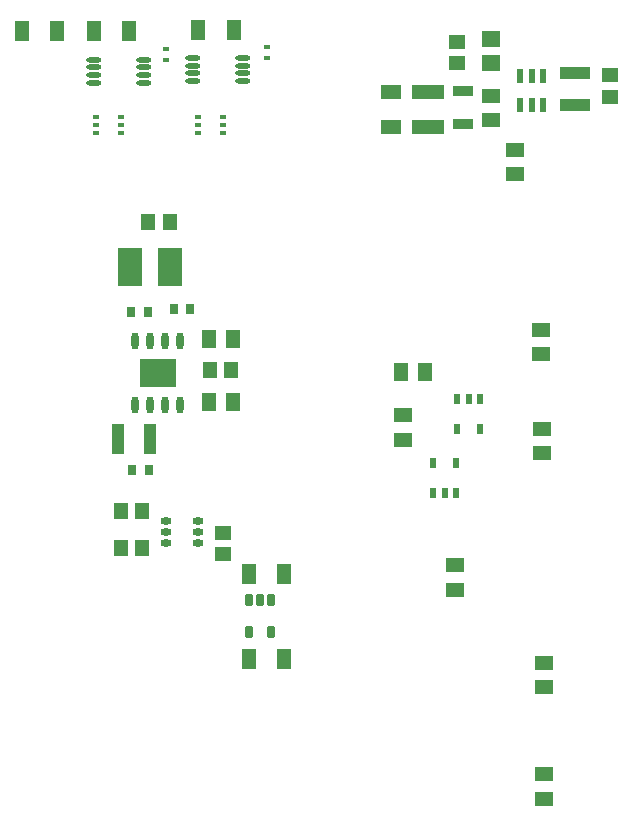
<source format=gbr>
G04 Layer_Color=128*
%FSLAX26Y26*%
%MOIN*%
%TF.FileFunction,Paste,Bot*%
%TF.Part,Single*%
G01*
G75*
%TA.AperFunction,SMDPad,CuDef*%
%ADD31R,0.059055X0.049213*%
%ADD32O,0.023622X0.057087*%
%ADD33R,0.122047X0.094488*%
%ADD34R,0.023622X0.015748*%
%ADD35R,0.102362X0.043307*%
%ADD36R,0.057087X0.045276*%
%ADD37R,0.061024X0.053150*%
%ADD38R,0.021654X0.017716*%
%ADD39R,0.021654X0.051181*%
%ADD40R,0.045276X0.057087*%
%ADD41R,0.045276X0.070866*%
G04:AMPARAMS|DCode=42|XSize=23.622mil|YSize=39.37mil|CornerRadius=2.008mil|HoleSize=0mil|Usage=FLASHONLY|Rotation=180.000|XOffset=0mil|YOffset=0mil|HoleType=Round|Shape=RoundedRectangle|*
%AMROUNDEDRECTD42*
21,1,0.023622,0.035354,0,0,180.0*
21,1,0.019606,0.039370,0,0,180.0*
1,1,0.004016,-0.009803,0.017677*
1,1,0.004016,0.009803,0.017677*
1,1,0.004016,0.009803,-0.017677*
1,1,0.004016,-0.009803,-0.017677*
%
%ADD42ROUNDEDRECTD42*%
%ADD43O,0.051181X0.017716*%
%ADD44R,0.066929X0.037402*%
%ADD45R,0.106299X0.045276*%
%ADD46R,0.070866X0.045276*%
%ADD47O,0.037402X0.023622*%
%ADD48R,0.031496X0.035433*%
%ADD49R,0.043307X0.102362*%
%ADD50R,0.078740X0.125984*%
%ADD51R,0.049213X0.059055*%
G04:AMPARAMS|DCode=52|XSize=21.654mil|YSize=31.496mil|CornerRadius=1.949mil|HoleSize=0mil|Usage=FLASHONLY|Rotation=0.000|XOffset=0mil|YOffset=0mil|HoleType=Round|Shape=RoundedRectangle|*
%AMROUNDEDRECTD52*
21,1,0.021654,0.027599,0,0,0.0*
21,1,0.017756,0.031496,0,0,0.0*
1,1,0.003898,0.008878,-0.013799*
1,1,0.003898,-0.008878,-0.013799*
1,1,0.003898,-0.008878,0.013799*
1,1,0.003898,0.008878,0.013799*
%
%ADD52ROUNDEDRECTD52*%
D31*
X1385000Y753338D02*
D03*
Y670662D02*
D03*
X1505000Y2235662D02*
D03*
Y2318338D02*
D03*
X1585000Y2055662D02*
D03*
Y2138338D02*
D03*
X1675000Y1208338D02*
D03*
Y1125662D02*
D03*
X1670000Y1538338D02*
D03*
Y1455662D02*
D03*
X1680000Y56338D02*
D03*
Y-26338D02*
D03*
X1680000Y428338D02*
D03*
Y345662D02*
D03*
X1210000Y1253338D02*
D03*
Y1170662D02*
D03*
D32*
X318308Y1500630D02*
D03*
X368308D02*
D03*
X418308D02*
D03*
X468308D02*
D03*
X318308Y1286062D02*
D03*
X368308D02*
D03*
X418308D02*
D03*
X468308D02*
D03*
D33*
X393308Y1393346D02*
D03*
D34*
X528662Y2245590D02*
D03*
Y2220000D02*
D03*
Y2194410D02*
D03*
X611338D02*
D03*
Y2220000D02*
D03*
Y2245590D02*
D03*
X188662D02*
D03*
Y2220000D02*
D03*
Y2194410D02*
D03*
X271338D02*
D03*
Y2220000D02*
D03*
Y2245590D02*
D03*
D35*
X1785000Y2286850D02*
D03*
Y2393150D02*
D03*
D36*
X1900000Y2314566D02*
D03*
Y2385432D02*
D03*
X1390000Y2497432D02*
D03*
Y2426566D02*
D03*
X610944Y860708D02*
D03*
Y789842D02*
D03*
D37*
X1505000Y2506370D02*
D03*
Y2427630D02*
D03*
D38*
X757000Y2444284D02*
D03*
Y2479716D02*
D03*
X420000Y2437284D02*
D03*
Y2472716D02*
D03*
D39*
X1677402Y2382244D02*
D03*
X1640000D02*
D03*
X1602598D02*
D03*
Y2287756D02*
D03*
X1640000D02*
D03*
X1677402D02*
D03*
D40*
X341417Y810002D02*
D03*
X270551D02*
D03*
X341417Y935000D02*
D03*
X270551D02*
D03*
X567442Y1403346D02*
D03*
X638308D02*
D03*
X362874Y1895630D02*
D03*
X433740D02*
D03*
D41*
X697946Y440000D02*
D03*
X816056D02*
D03*
X696946Y722000D02*
D03*
X815056D02*
D03*
X299056Y2533500D02*
D03*
X180946D02*
D03*
X-59054Y2533000D02*
D03*
X59056D02*
D03*
X646496Y2536840D02*
D03*
X528386D02*
D03*
D42*
X697598Y529866D02*
D03*
X772402D02*
D03*
Y638134D02*
D03*
X735000D02*
D03*
X697598D02*
D03*
D43*
X512324Y2366614D02*
D03*
Y2392204D02*
D03*
Y2417796D02*
D03*
Y2443386D02*
D03*
X677678Y2366614D02*
D03*
Y2392204D02*
D03*
Y2417796D02*
D03*
Y2443386D02*
D03*
X182324Y2361614D02*
D03*
Y2387204D02*
D03*
Y2412796D02*
D03*
Y2438386D02*
D03*
X347678Y2361614D02*
D03*
Y2387204D02*
D03*
Y2412796D02*
D03*
Y2438386D02*
D03*
D44*
X1410000Y2221882D02*
D03*
Y2332118D02*
D03*
D45*
X1295000Y2331054D02*
D03*
Y2212944D02*
D03*
D46*
X1170000D02*
D03*
Y2331054D02*
D03*
D47*
X420242Y825740D02*
D03*
Y863140D02*
D03*
Y900542D02*
D03*
X528510Y825740D02*
D03*
Y863140D02*
D03*
Y900542D02*
D03*
D48*
X305316Y1598346D02*
D03*
X360434D02*
D03*
X363544Y1068504D02*
D03*
X308426D02*
D03*
X447442Y1607000D02*
D03*
X502560D02*
D03*
D49*
X262834Y1174999D02*
D03*
X369134D02*
D03*
D50*
X434804Y1748346D02*
D03*
X300946D02*
D03*
D51*
X563662Y1297000D02*
D03*
X646338D02*
D03*
Y1507000D02*
D03*
X563662D02*
D03*
X1286338Y1397000D02*
D03*
X1203662D02*
D03*
D52*
X1387402Y1092196D02*
D03*
X1312598D02*
D03*
Y991802D02*
D03*
X1350000D02*
D03*
X1387402D02*
D03*
X1392598Y1206804D02*
D03*
X1467402D02*
D03*
Y1307196D02*
D03*
X1430000D02*
D03*
X1392598D02*
D03*
%TF.MD5,57810963b60184e161992aa40619ab57*%
M02*

</source>
